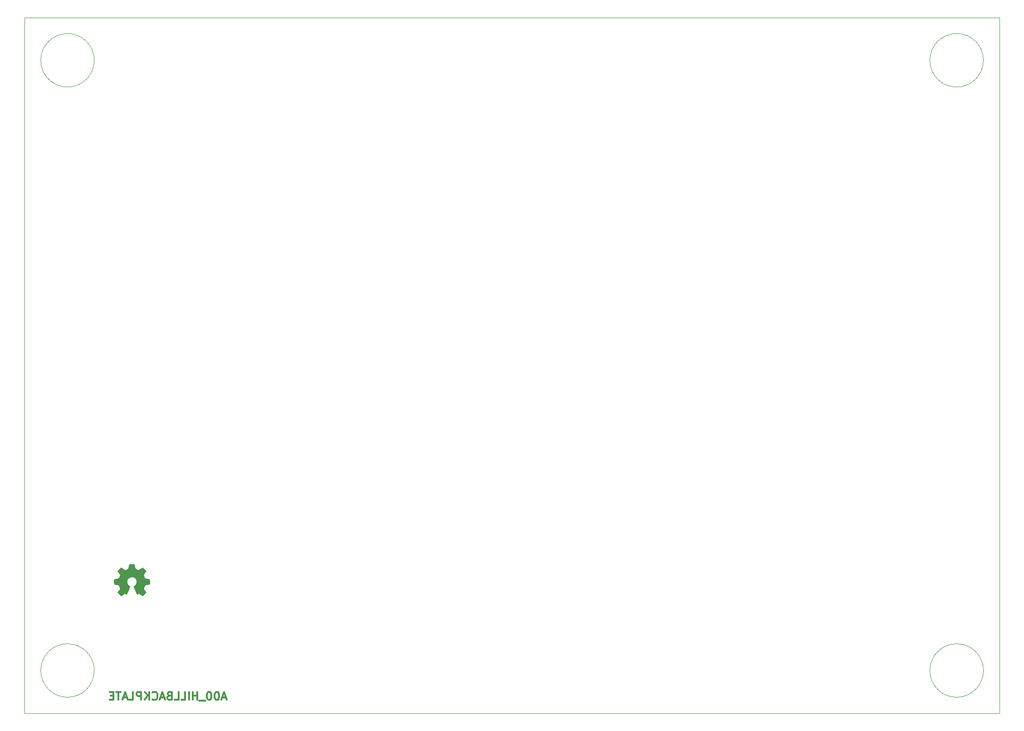
<source format=gbr>
%TF.GenerationSoftware,KiCad,Pcbnew,6.0.11-2627ca5db0~126~ubuntu20.04.1*%
%TF.CreationDate,2024-08-05T23:26:07-05:00*%
%TF.ProjectId,a00_hilbackplate,6130305f-6869-46c6-9261-636b706c6174,rev?*%
%TF.SameCoordinates,Original*%
%TF.FileFunction,Legend,Bot*%
%TF.FilePolarity,Positive*%
%FSLAX46Y46*%
G04 Gerber Fmt 4.6, Leading zero omitted, Abs format (unit mm)*
G04 Created by KiCad (PCBNEW 6.0.11-2627ca5db0~126~ubuntu20.04.1) date 2024-08-05 23:26:07*
%MOMM*%
%LPD*%
G01*
G04 APERTURE LIST*
%TA.AperFunction,Profile*%
%ADD10C,0.100000*%
%TD*%
%ADD11C,0.300000*%
%ADD12C,0.010000*%
G04 APERTURE END LIST*
D10*
X20000000Y-20000000D02*
X20000000Y-150000000D01*
X199000000Y-28000000D02*
G75*
G03*
X199000000Y-28000000I-5000000J0D01*
G01*
X33000000Y-28000000D02*
G75*
G03*
X33000000Y-28000000I-5000000J0D01*
G01*
X202000000Y-20000000D02*
X202000000Y-150000000D01*
X199000000Y-142000000D02*
G75*
G03*
X199000000Y-142000000I-5000000J0D01*
G01*
X20000000Y-20000000D02*
X202000000Y-20000000D01*
X20000000Y-150000000D02*
X202000000Y-150000000D01*
X33000000Y-142000000D02*
G75*
G03*
X33000000Y-142000000I-5000000J0D01*
G01*
D11*
X57593142Y-147062000D02*
X56878857Y-147062000D01*
X57736000Y-147490571D02*
X57236000Y-145990571D01*
X56736000Y-147490571D01*
X55950285Y-145990571D02*
X55807428Y-145990571D01*
X55664571Y-146062000D01*
X55593142Y-146133428D01*
X55521714Y-146276285D01*
X55450285Y-146562000D01*
X55450285Y-146919142D01*
X55521714Y-147204857D01*
X55593142Y-147347714D01*
X55664571Y-147419142D01*
X55807428Y-147490571D01*
X55950285Y-147490571D01*
X56093142Y-147419142D01*
X56164571Y-147347714D01*
X56236000Y-147204857D01*
X56307428Y-146919142D01*
X56307428Y-146562000D01*
X56236000Y-146276285D01*
X56164571Y-146133428D01*
X56093142Y-146062000D01*
X55950285Y-145990571D01*
X54521714Y-145990571D02*
X54378857Y-145990571D01*
X54236000Y-146062000D01*
X54164571Y-146133428D01*
X54093142Y-146276285D01*
X54021714Y-146562000D01*
X54021714Y-146919142D01*
X54093142Y-147204857D01*
X54164571Y-147347714D01*
X54236000Y-147419142D01*
X54378857Y-147490571D01*
X54521714Y-147490571D01*
X54664571Y-147419142D01*
X54736000Y-147347714D01*
X54807428Y-147204857D01*
X54878857Y-146919142D01*
X54878857Y-146562000D01*
X54807428Y-146276285D01*
X54736000Y-146133428D01*
X54664571Y-146062000D01*
X54521714Y-145990571D01*
X53736000Y-147633428D02*
X52593142Y-147633428D01*
X52236000Y-147490571D02*
X52236000Y-145990571D01*
X52236000Y-146704857D02*
X51378857Y-146704857D01*
X51378857Y-147490571D02*
X51378857Y-145990571D01*
X50664571Y-147490571D02*
X50664571Y-145990571D01*
X49236000Y-147490571D02*
X49950285Y-147490571D01*
X49950285Y-145990571D01*
X48021714Y-147490571D02*
X48736000Y-147490571D01*
X48736000Y-145990571D01*
X47021714Y-146704857D02*
X46807428Y-146776285D01*
X46736000Y-146847714D01*
X46664571Y-146990571D01*
X46664571Y-147204857D01*
X46736000Y-147347714D01*
X46807428Y-147419142D01*
X46950285Y-147490571D01*
X47521714Y-147490571D01*
X47521714Y-145990571D01*
X47021714Y-145990571D01*
X46878857Y-146062000D01*
X46807428Y-146133428D01*
X46736000Y-146276285D01*
X46736000Y-146419142D01*
X46807428Y-146562000D01*
X46878857Y-146633428D01*
X47021714Y-146704857D01*
X47521714Y-146704857D01*
X46093142Y-147062000D02*
X45378857Y-147062000D01*
X46236000Y-147490571D02*
X45736000Y-145990571D01*
X45236000Y-147490571D01*
X43878857Y-147347714D02*
X43950285Y-147419142D01*
X44164571Y-147490571D01*
X44307428Y-147490571D01*
X44521714Y-147419142D01*
X44664571Y-147276285D01*
X44736000Y-147133428D01*
X44807428Y-146847714D01*
X44807428Y-146633428D01*
X44736000Y-146347714D01*
X44664571Y-146204857D01*
X44521714Y-146062000D01*
X44307428Y-145990571D01*
X44164571Y-145990571D01*
X43950285Y-146062000D01*
X43878857Y-146133428D01*
X43236000Y-147490571D02*
X43236000Y-145990571D01*
X42378857Y-147490571D02*
X43021714Y-146633428D01*
X42378857Y-145990571D02*
X43236000Y-146847714D01*
X41736000Y-147490571D02*
X41736000Y-145990571D01*
X41164571Y-145990571D01*
X41021714Y-146062000D01*
X40950285Y-146133428D01*
X40878857Y-146276285D01*
X40878857Y-146490571D01*
X40950285Y-146633428D01*
X41021714Y-146704857D01*
X41164571Y-146776285D01*
X41736000Y-146776285D01*
X39521714Y-147490571D02*
X40236000Y-147490571D01*
X40236000Y-145990571D01*
X39093142Y-147062000D02*
X38378857Y-147062000D01*
X39236000Y-147490571D02*
X38736000Y-145990571D01*
X38236000Y-147490571D01*
X37950285Y-145990571D02*
X37093142Y-145990571D01*
X37521714Y-147490571D02*
X37521714Y-145990571D01*
X36593142Y-146704857D02*
X36093142Y-146704857D01*
X35878857Y-147490571D02*
X36593142Y-147490571D01*
X36593142Y-145990571D01*
X35878857Y-145990571D01*
%TO.C,REF\u002A\u002A*%
G36*
X40542275Y-122563931D02*
G01*
X40626095Y-123008555D01*
X41244667Y-123263551D01*
X41615707Y-123011246D01*
X41689144Y-122961506D01*
X41786499Y-122896218D01*
X41870787Y-122840454D01*
X41937631Y-122797078D01*
X41982654Y-122768953D01*
X42001478Y-122758942D01*
X42013039Y-122766061D01*
X42047596Y-122795894D01*
X42099894Y-122844852D01*
X42165500Y-122908440D01*
X42239983Y-122982163D01*
X42318913Y-123061525D01*
X42397856Y-123142031D01*
X42472384Y-123219185D01*
X42538063Y-123288493D01*
X42590463Y-123345457D01*
X42625153Y-123385584D01*
X42637701Y-123404377D01*
X42634782Y-123412451D01*
X42614571Y-123448469D01*
X42577663Y-123507744D01*
X42527050Y-123585630D01*
X42465725Y-123677481D01*
X42396679Y-123778650D01*
X42358787Y-123833826D01*
X42293606Y-123929884D01*
X42237723Y-124013717D01*
X42194117Y-124080777D01*
X42165769Y-124126519D01*
X42155657Y-124146396D01*
X42155823Y-124147497D01*
X42164743Y-124172694D01*
X42185206Y-124224147D01*
X42214360Y-124295135D01*
X42249353Y-124378935D01*
X42287332Y-124468828D01*
X42325445Y-124558091D01*
X42360839Y-124640003D01*
X42390662Y-124707843D01*
X42412061Y-124754890D01*
X42422184Y-124774422D01*
X42428174Y-124776155D01*
X42464566Y-124783969D01*
X42529427Y-124796915D01*
X42617565Y-124813979D01*
X42723787Y-124834151D01*
X42842902Y-124856418D01*
X42905683Y-124868223D01*
X43020912Y-124890748D01*
X43121662Y-124911550D01*
X43202426Y-124929435D01*
X43257698Y-124943208D01*
X43281971Y-124951674D01*
X43286331Y-124960066D01*
X43293563Y-125001072D01*
X43299246Y-125069368D01*
X43303382Y-125158529D01*
X43305977Y-125262128D01*
X43307036Y-125373740D01*
X43306561Y-125486938D01*
X43304559Y-125595296D01*
X43301033Y-125692389D01*
X43295987Y-125771790D01*
X43289427Y-125827072D01*
X43281356Y-125851810D01*
X43276458Y-125854600D01*
X43239930Y-125866569D01*
X43176565Y-125882405D01*
X43093686Y-125900374D01*
X42998618Y-125918741D01*
X42966542Y-125924591D01*
X42818393Y-125951798D01*
X42701961Y-125973663D01*
X42613209Y-125991093D01*
X42548103Y-126004996D01*
X42502606Y-126016277D01*
X42472682Y-126025843D01*
X42454294Y-126034601D01*
X42443407Y-126043457D01*
X42442142Y-126044943D01*
X42424338Y-126075931D01*
X42397994Y-126132634D01*
X42365661Y-126208399D01*
X42329893Y-126296574D01*
X42293244Y-126390507D01*
X42258266Y-126483547D01*
X42227513Y-126569041D01*
X42203538Y-126640336D01*
X42188895Y-126690782D01*
X42186136Y-126713726D01*
X42187981Y-126716703D01*
X42207075Y-126745493D01*
X42242984Y-126798595D01*
X42292378Y-126871117D01*
X42351927Y-126958167D01*
X42418303Y-127054854D01*
X42436520Y-127081456D01*
X42500577Y-127176875D01*
X42555937Y-127262212D01*
X42599439Y-127332405D01*
X42627924Y-127382394D01*
X42638232Y-127407116D01*
X42636011Y-127413616D01*
X42612858Y-127445644D01*
X42567177Y-127497945D01*
X42502241Y-127566999D01*
X42421319Y-127649286D01*
X42327685Y-127741286D01*
X42274165Y-127792781D01*
X42189542Y-127872983D01*
X42115475Y-127941678D01*
X42055941Y-127995252D01*
X42014917Y-128030085D01*
X41996381Y-128042563D01*
X41983646Y-128037938D01*
X41944436Y-128016057D01*
X41887495Y-127980273D01*
X41820250Y-127935117D01*
X41772438Y-127902165D01*
X41676985Y-127836727D01*
X41575125Y-127767228D01*
X41482088Y-127704075D01*
X41299832Y-127580800D01*
X41146841Y-127663520D01*
X41110817Y-127682613D01*
X41045303Y-127715272D01*
X40994640Y-127737819D01*
X40967564Y-127746226D01*
X40958703Y-127735430D01*
X40936699Y-127694323D01*
X40904199Y-127626549D01*
X40863010Y-127536409D01*
X40814942Y-127428205D01*
X40761802Y-127306237D01*
X40705399Y-127174808D01*
X40647542Y-127038218D01*
X40590038Y-126900767D01*
X40534697Y-126766758D01*
X40483326Y-126640491D01*
X40437735Y-126526268D01*
X40399732Y-126428390D01*
X40371124Y-126351157D01*
X40353721Y-126298871D01*
X40349331Y-126275833D01*
X40349628Y-126275160D01*
X40370077Y-126253863D01*
X40412850Y-126220508D01*
X40469117Y-126182011D01*
X40486877Y-126170256D01*
X40622014Y-126058735D01*
X40733856Y-125925906D01*
X40819755Y-125777298D01*
X40877062Y-125618440D01*
X40903131Y-125454860D01*
X40895313Y-125292088D01*
X40863644Y-125147315D01*
X40806782Y-125001124D01*
X40723888Y-124870703D01*
X40610131Y-124746813D01*
X40565433Y-124707235D01*
X40420935Y-124609723D01*
X40264838Y-124544050D01*
X40101667Y-124509630D01*
X39935943Y-124505874D01*
X39772192Y-124532194D01*
X39614936Y-124588003D01*
X39468698Y-124672714D01*
X39338004Y-124785737D01*
X39227374Y-124926487D01*
X39206105Y-124961342D01*
X39133810Y-125120655D01*
X39095415Y-125286552D01*
X39089914Y-125454737D01*
X39116301Y-125620913D01*
X39173570Y-125780784D01*
X39260717Y-125930053D01*
X39376736Y-126064423D01*
X39520622Y-126179599D01*
X39525294Y-126182702D01*
X39580964Y-126221933D01*
X39622689Y-126255286D01*
X39641746Y-126275833D01*
X39639342Y-126291941D01*
X39624391Y-126338844D01*
X39597881Y-126411539D01*
X39561620Y-126505725D01*
X39517416Y-126617098D01*
X39467076Y-126741358D01*
X39412407Y-126874202D01*
X39355218Y-127011327D01*
X39297316Y-127148432D01*
X39240510Y-127281215D01*
X39186606Y-127405374D01*
X39137412Y-127516606D01*
X39094737Y-127610609D01*
X39060387Y-127683082D01*
X39036171Y-127729722D01*
X39023897Y-127746226D01*
X39013689Y-127743991D01*
X38973586Y-127727926D01*
X38914318Y-127699759D01*
X38844619Y-127663520D01*
X38691629Y-127580800D01*
X38509373Y-127704075D01*
X38455527Y-127740579D01*
X38355374Y-127808784D01*
X38255525Y-127877098D01*
X38171211Y-127935117D01*
X38124679Y-127966736D01*
X38064200Y-128006020D01*
X38019357Y-128032912D01*
X37997455Y-128042883D01*
X37988045Y-128038650D01*
X37954031Y-128012721D01*
X37901595Y-127967070D01*
X37835301Y-127906186D01*
X37759713Y-127834561D01*
X37679396Y-127756683D01*
X37598913Y-127677045D01*
X37522829Y-127600135D01*
X37455707Y-127530445D01*
X37402112Y-127472464D01*
X37366608Y-127430684D01*
X37353759Y-127409593D01*
X37354500Y-127405581D01*
X37369793Y-127372920D01*
X37402462Y-127316412D01*
X37449350Y-127241163D01*
X37507301Y-127152275D01*
X37573157Y-127054854D01*
X37591627Y-127027982D01*
X37656482Y-126933423D01*
X37713609Y-126849827D01*
X37759678Y-126782084D01*
X37791359Y-126735086D01*
X37805324Y-126713726D01*
X37805668Y-126712811D01*
X37801546Y-126686678D01*
X37785807Y-126633740D01*
X37761004Y-126560647D01*
X37729689Y-126474052D01*
X37694417Y-126380608D01*
X37657740Y-126286965D01*
X37622212Y-126199777D01*
X37590386Y-126125695D01*
X37564816Y-126071371D01*
X37548053Y-126043457D01*
X37546374Y-126041724D01*
X37534372Y-126032956D01*
X37514103Y-126024115D01*
X37481529Y-126014292D01*
X37432616Y-126002583D01*
X37363327Y-125988080D01*
X37269625Y-125969876D01*
X37147476Y-125947066D01*
X36992842Y-125918741D01*
X36960770Y-125912780D01*
X36868893Y-125894352D01*
X36791607Y-125876892D01*
X36736236Y-125862133D01*
X36710105Y-125851810D01*
X36705733Y-125843197D01*
X36698445Y-125801826D01*
X36692669Y-125733241D01*
X36688410Y-125643868D01*
X36685673Y-125540135D01*
X36684462Y-125428465D01*
X36684782Y-125315287D01*
X36686636Y-125207026D01*
X36690030Y-125110108D01*
X36694967Y-125030959D01*
X36701452Y-124976006D01*
X36709489Y-124951674D01*
X36717696Y-124948079D01*
X36758519Y-124936748D01*
X36827524Y-124920722D01*
X36919203Y-124901195D01*
X37028050Y-124879362D01*
X37148558Y-124856418D01*
X37214357Y-124844159D01*
X37327135Y-124822901D01*
X37424207Y-124804287D01*
X37500382Y-124789328D01*
X37550469Y-124779036D01*
X37569276Y-124774422D01*
X37569983Y-124773471D01*
X37581961Y-124749310D01*
X37604794Y-124698694D01*
X37635630Y-124628338D01*
X37671613Y-124544958D01*
X37709891Y-124455270D01*
X37747609Y-124365989D01*
X37781913Y-124283832D01*
X37809949Y-124215513D01*
X37828864Y-124167748D01*
X37835803Y-124147254D01*
X37832742Y-124140043D01*
X37812372Y-124105728D01*
X37775422Y-124047970D01*
X37724860Y-123971299D01*
X37663657Y-123880248D01*
X37594781Y-123779350D01*
X37556994Y-123724093D01*
X37491782Y-123627215D01*
X37435871Y-123542193D01*
X37392241Y-123473662D01*
X37363877Y-123426260D01*
X37353759Y-123404623D01*
X37360790Y-123392887D01*
X37390197Y-123357818D01*
X37438441Y-123304745D01*
X37501093Y-123238164D01*
X37573725Y-123162574D01*
X37651908Y-123082472D01*
X37731214Y-123002354D01*
X37807213Y-122926718D01*
X37875478Y-122860062D01*
X37931580Y-122806882D01*
X37971090Y-122771676D01*
X37989579Y-122758942D01*
X37999843Y-122763893D01*
X38037530Y-122786857D01*
X38098348Y-122825938D01*
X38177913Y-122878272D01*
X38271843Y-122940996D01*
X38375754Y-123011246D01*
X38746794Y-123263551D01*
X39056080Y-123136053D01*
X39365365Y-123008555D01*
X39449186Y-122563931D01*
X39533006Y-122119307D01*
X40458454Y-122119307D01*
X40542275Y-122563931D01*
G37*
D12*
X40542275Y-122563931D02*
X40626095Y-123008555D01*
X41244667Y-123263551D01*
X41615707Y-123011246D01*
X41689144Y-122961506D01*
X41786499Y-122896218D01*
X41870787Y-122840454D01*
X41937631Y-122797078D01*
X41982654Y-122768953D01*
X42001478Y-122758942D01*
X42013039Y-122766061D01*
X42047596Y-122795894D01*
X42099894Y-122844852D01*
X42165500Y-122908440D01*
X42239983Y-122982163D01*
X42318913Y-123061525D01*
X42397856Y-123142031D01*
X42472384Y-123219185D01*
X42538063Y-123288493D01*
X42590463Y-123345457D01*
X42625153Y-123385584D01*
X42637701Y-123404377D01*
X42634782Y-123412451D01*
X42614571Y-123448469D01*
X42577663Y-123507744D01*
X42527050Y-123585630D01*
X42465725Y-123677481D01*
X42396679Y-123778650D01*
X42358787Y-123833826D01*
X42293606Y-123929884D01*
X42237723Y-124013717D01*
X42194117Y-124080777D01*
X42165769Y-124126519D01*
X42155657Y-124146396D01*
X42155823Y-124147497D01*
X42164743Y-124172694D01*
X42185206Y-124224147D01*
X42214360Y-124295135D01*
X42249353Y-124378935D01*
X42287332Y-124468828D01*
X42325445Y-124558091D01*
X42360839Y-124640003D01*
X42390662Y-124707843D01*
X42412061Y-124754890D01*
X42422184Y-124774422D01*
X42428174Y-124776155D01*
X42464566Y-124783969D01*
X42529427Y-124796915D01*
X42617565Y-124813979D01*
X42723787Y-124834151D01*
X42842902Y-124856418D01*
X42905683Y-124868223D01*
X43020912Y-124890748D01*
X43121662Y-124911550D01*
X43202426Y-124929435D01*
X43257698Y-124943208D01*
X43281971Y-124951674D01*
X43286331Y-124960066D01*
X43293563Y-125001072D01*
X43299246Y-125069368D01*
X43303382Y-125158529D01*
X43305977Y-125262128D01*
X43307036Y-125373740D01*
X43306561Y-125486938D01*
X43304559Y-125595296D01*
X43301033Y-125692389D01*
X43295987Y-125771790D01*
X43289427Y-125827072D01*
X43281356Y-125851810D01*
X43276458Y-125854600D01*
X43239930Y-125866569D01*
X43176565Y-125882405D01*
X43093686Y-125900374D01*
X42998618Y-125918741D01*
X42966542Y-125924591D01*
X42818393Y-125951798D01*
X42701961Y-125973663D01*
X42613209Y-125991093D01*
X42548103Y-126004996D01*
X42502606Y-126016277D01*
X42472682Y-126025843D01*
X42454294Y-126034601D01*
X42443407Y-126043457D01*
X42442142Y-126044943D01*
X42424338Y-126075931D01*
X42397994Y-126132634D01*
X42365661Y-126208399D01*
X42329893Y-126296574D01*
X42293244Y-126390507D01*
X42258266Y-126483547D01*
X42227513Y-126569041D01*
X42203538Y-126640336D01*
X42188895Y-126690782D01*
X42186136Y-126713726D01*
X42187981Y-126716703D01*
X42207075Y-126745493D01*
X42242984Y-126798595D01*
X42292378Y-126871117D01*
X42351927Y-126958167D01*
X42418303Y-127054854D01*
X42436520Y-127081456D01*
X42500577Y-127176875D01*
X42555937Y-127262212D01*
X42599439Y-127332405D01*
X42627924Y-127382394D01*
X42638232Y-127407116D01*
X42636011Y-127413616D01*
X42612858Y-127445644D01*
X42567177Y-127497945D01*
X42502241Y-127566999D01*
X42421319Y-127649286D01*
X42327685Y-127741286D01*
X42274165Y-127792781D01*
X42189542Y-127872983D01*
X42115475Y-127941678D01*
X42055941Y-127995252D01*
X42014917Y-128030085D01*
X41996381Y-128042563D01*
X41983646Y-128037938D01*
X41944436Y-128016057D01*
X41887495Y-127980273D01*
X41820250Y-127935117D01*
X41772438Y-127902165D01*
X41676985Y-127836727D01*
X41575125Y-127767228D01*
X41482088Y-127704075D01*
X41299832Y-127580800D01*
X41146841Y-127663520D01*
X41110817Y-127682613D01*
X41045303Y-127715272D01*
X40994640Y-127737819D01*
X40967564Y-127746226D01*
X40958703Y-127735430D01*
X40936699Y-127694323D01*
X40904199Y-127626549D01*
X40863010Y-127536409D01*
X40814942Y-127428205D01*
X40761802Y-127306237D01*
X40705399Y-127174808D01*
X40647542Y-127038218D01*
X40590038Y-126900767D01*
X40534697Y-126766758D01*
X40483326Y-126640491D01*
X40437735Y-126526268D01*
X40399732Y-126428390D01*
X40371124Y-126351157D01*
X40353721Y-126298871D01*
X40349331Y-126275833D01*
X40349628Y-126275160D01*
X40370077Y-126253863D01*
X40412850Y-126220508D01*
X40469117Y-126182011D01*
X40486877Y-126170256D01*
X40622014Y-126058735D01*
X40733856Y-125925906D01*
X40819755Y-125777298D01*
X40877062Y-125618440D01*
X40903131Y-125454860D01*
X40895313Y-125292088D01*
X40863644Y-125147315D01*
X40806782Y-125001124D01*
X40723888Y-124870703D01*
X40610131Y-124746813D01*
X40565433Y-124707235D01*
X40420935Y-124609723D01*
X40264838Y-124544050D01*
X40101667Y-124509630D01*
X39935943Y-124505874D01*
X39772192Y-124532194D01*
X39614936Y-124588003D01*
X39468698Y-124672714D01*
X39338004Y-124785737D01*
X39227374Y-124926487D01*
X39206105Y-124961342D01*
X39133810Y-125120655D01*
X39095415Y-125286552D01*
X39089914Y-125454737D01*
X39116301Y-125620913D01*
X39173570Y-125780784D01*
X39260717Y-125930053D01*
X39376736Y-126064423D01*
X39520622Y-126179599D01*
X39525294Y-126182702D01*
X39580964Y-126221933D01*
X39622689Y-126255286D01*
X39641746Y-126275833D01*
X39639342Y-126291941D01*
X39624391Y-126338844D01*
X39597881Y-126411539D01*
X39561620Y-126505725D01*
X39517416Y-126617098D01*
X39467076Y-126741358D01*
X39412407Y-126874202D01*
X39355218Y-127011327D01*
X39297316Y-127148432D01*
X39240510Y-127281215D01*
X39186606Y-127405374D01*
X39137412Y-127516606D01*
X39094737Y-127610609D01*
X39060387Y-127683082D01*
X39036171Y-127729722D01*
X39023897Y-127746226D01*
X39013689Y-127743991D01*
X38973586Y-127727926D01*
X38914318Y-127699759D01*
X38844619Y-127663520D01*
X38691629Y-127580800D01*
X38509373Y-127704075D01*
X38455527Y-127740579D01*
X38355374Y-127808784D01*
X38255525Y-127877098D01*
X38171211Y-127935117D01*
X38124679Y-127966736D01*
X38064200Y-128006020D01*
X38019357Y-128032912D01*
X37997455Y-128042883D01*
X37988045Y-128038650D01*
X37954031Y-128012721D01*
X37901595Y-127967070D01*
X37835301Y-127906186D01*
X37759713Y-127834561D01*
X37679396Y-127756683D01*
X37598913Y-127677045D01*
X37522829Y-127600135D01*
X37455707Y-127530445D01*
X37402112Y-127472464D01*
X37366608Y-127430684D01*
X37353759Y-127409593D01*
X37354500Y-127405581D01*
X37369793Y-127372920D01*
X37402462Y-127316412D01*
X37449350Y-127241163D01*
X37507301Y-127152275D01*
X37573157Y-127054854D01*
X37591627Y-127027982D01*
X37656482Y-126933423D01*
X37713609Y-126849827D01*
X37759678Y-126782084D01*
X37791359Y-126735086D01*
X37805324Y-126713726D01*
X37805668Y-126712811D01*
X37801546Y-126686678D01*
X37785807Y-126633740D01*
X37761004Y-126560647D01*
X37729689Y-126474052D01*
X37694417Y-126380608D01*
X37657740Y-126286965D01*
X37622212Y-126199777D01*
X37590386Y-126125695D01*
X37564816Y-126071371D01*
X37548053Y-126043457D01*
X37546374Y-126041724D01*
X37534372Y-126032956D01*
X37514103Y-126024115D01*
X37481529Y-126014292D01*
X37432616Y-126002583D01*
X37363327Y-125988080D01*
X37269625Y-125969876D01*
X37147476Y-125947066D01*
X36992842Y-125918741D01*
X36960770Y-125912780D01*
X36868893Y-125894352D01*
X36791607Y-125876892D01*
X36736236Y-125862133D01*
X36710105Y-125851810D01*
X36705733Y-125843197D01*
X36698445Y-125801826D01*
X36692669Y-125733241D01*
X36688410Y-125643868D01*
X36685673Y-125540135D01*
X36684462Y-125428465D01*
X36684782Y-125315287D01*
X36686636Y-125207026D01*
X36690030Y-125110108D01*
X36694967Y-125030959D01*
X36701452Y-124976006D01*
X36709489Y-124951674D01*
X36717696Y-124948079D01*
X36758519Y-124936748D01*
X36827524Y-124920722D01*
X36919203Y-124901195D01*
X37028050Y-124879362D01*
X37148558Y-124856418D01*
X37214357Y-124844159D01*
X37327135Y-124822901D01*
X37424207Y-124804287D01*
X37500382Y-124789328D01*
X37550469Y-124779036D01*
X37569276Y-124774422D01*
X37569983Y-124773471D01*
X37581961Y-124749310D01*
X37604794Y-124698694D01*
X37635630Y-124628338D01*
X37671613Y-124544958D01*
X37709891Y-124455270D01*
X37747609Y-124365989D01*
X37781913Y-124283832D01*
X37809949Y-124215513D01*
X37828864Y-124167748D01*
X37835803Y-124147254D01*
X37832742Y-124140043D01*
X37812372Y-124105728D01*
X37775422Y-124047970D01*
X37724860Y-123971299D01*
X37663657Y-123880248D01*
X37594781Y-123779350D01*
X37556994Y-123724093D01*
X37491782Y-123627215D01*
X37435871Y-123542193D01*
X37392241Y-123473662D01*
X37363877Y-123426260D01*
X37353759Y-123404623D01*
X37360790Y-123392887D01*
X37390197Y-123357818D01*
X37438441Y-123304745D01*
X37501093Y-123238164D01*
X37573725Y-123162574D01*
X37651908Y-123082472D01*
X37731214Y-123002354D01*
X37807213Y-122926718D01*
X37875478Y-122860062D01*
X37931580Y-122806882D01*
X37971090Y-122771676D01*
X37989579Y-122758942D01*
X37999843Y-122763893D01*
X38037530Y-122786857D01*
X38098348Y-122825938D01*
X38177913Y-122878272D01*
X38271843Y-122940996D01*
X38375754Y-123011246D01*
X38746794Y-123263551D01*
X39056080Y-123136053D01*
X39365365Y-123008555D01*
X39449186Y-122563931D01*
X39533006Y-122119307D01*
X40458454Y-122119307D01*
X40542275Y-122563931D01*
%TD*%
M02*

</source>
